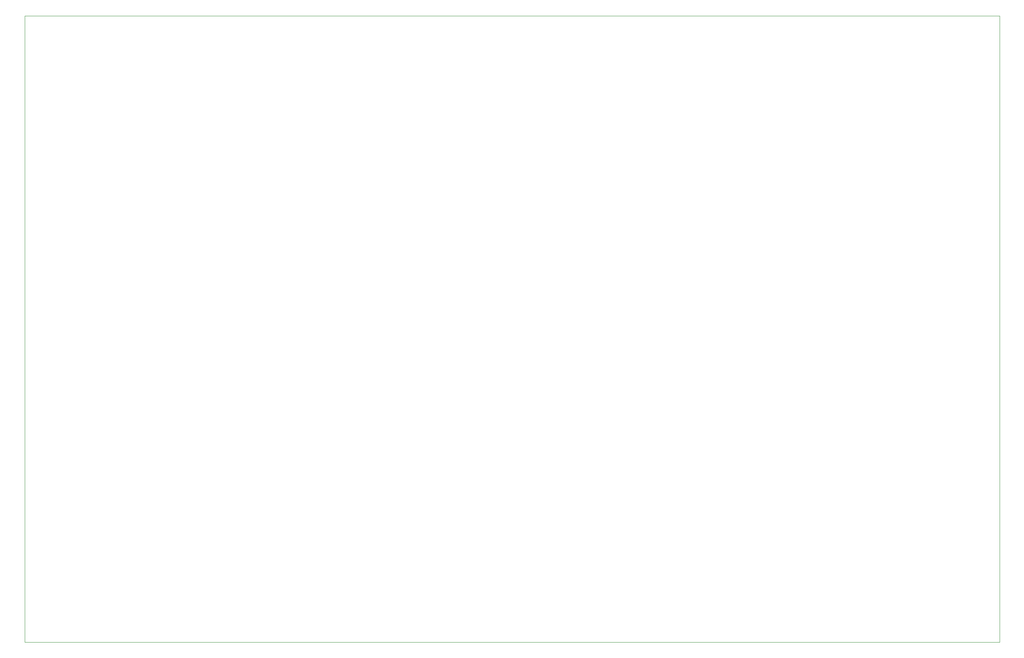
<source format=gko>
G04 Layer: BoardOutlineLayer*
G04 EasyEDA Pro v2.2.35.2, 2025-01-22 11:24:46*
G04 Gerber Generator version 0.3*
G04 Scale: 100 percent, Rotated: No, Reflected: No*
G04 Dimensions in millimeters*
G04 Leading zeros omitted, absolute positions, 4 integers and 5 decimals*
%FSLAX45Y45*%
%MOMM*%
%ADD10C,0.1*%
G75*


G04 PolygonModel Start*
G54D10*
G01X3353500Y-15933200D02*
G01X24689500Y-15933200D01*
G01X24689500Y-2217200D01*
G01X3353500Y-2217200D01*
G01X3353500Y-15933200D01*

M02*


</source>
